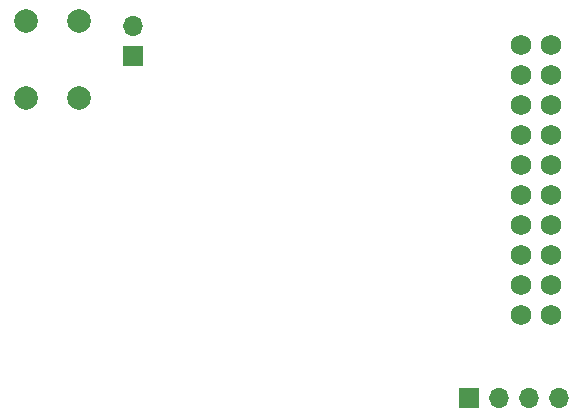
<source format=gbs>
G04 #@! TF.GenerationSoftware,KiCad,Pcbnew,9.0.0*
G04 #@! TF.CreationDate,2025-07-06T16:44:13-05:00*
G04 #@! TF.ProjectId,silver-platter,73696c76-6572-42d7-906c-61747465722e,rev?*
G04 #@! TF.SameCoordinates,Original*
G04 #@! TF.FileFunction,Soldermask,Bot*
G04 #@! TF.FilePolarity,Negative*
%FSLAX46Y46*%
G04 Gerber Fmt 4.6, Leading zero omitted, Abs format (unit mm)*
G04 Created by KiCad (PCBNEW 9.0.0) date 2025-07-06 16:44:13*
%MOMM*%
%LPD*%
G01*
G04 APERTURE LIST*
%ADD10C,2.000000*%
%ADD11C,1.750000*%
%ADD12R,1.700000X1.700000*%
%ADD13O,1.700000X1.700000*%
G04 APERTURE END LIST*
D10*
X137740000Y-96520000D03*
X137740000Y-90020000D03*
X142240000Y-96520000D03*
X142240000Y-90020000D03*
D11*
X179705000Y-92075000D03*
X182245000Y-92075000D03*
X179705000Y-94615000D03*
X182245000Y-94615000D03*
X179705000Y-97155000D03*
X182245000Y-97155000D03*
X179705000Y-99695000D03*
X182245000Y-99695000D03*
X179705000Y-102235000D03*
X182245000Y-102235000D03*
X179705000Y-104775000D03*
X182245000Y-104775000D03*
X179705000Y-107315000D03*
X182245000Y-107315000D03*
X179705000Y-109855000D03*
X182245000Y-109855000D03*
X179705000Y-112395000D03*
X182245000Y-112395000D03*
X179705000Y-114935000D03*
X182245000Y-114935000D03*
D12*
X175260000Y-121920000D03*
D13*
X177800000Y-121920000D03*
X180340000Y-121920000D03*
X182880000Y-121920000D03*
D12*
X146812000Y-92964000D03*
D13*
X146812000Y-90424000D03*
M02*

</source>
